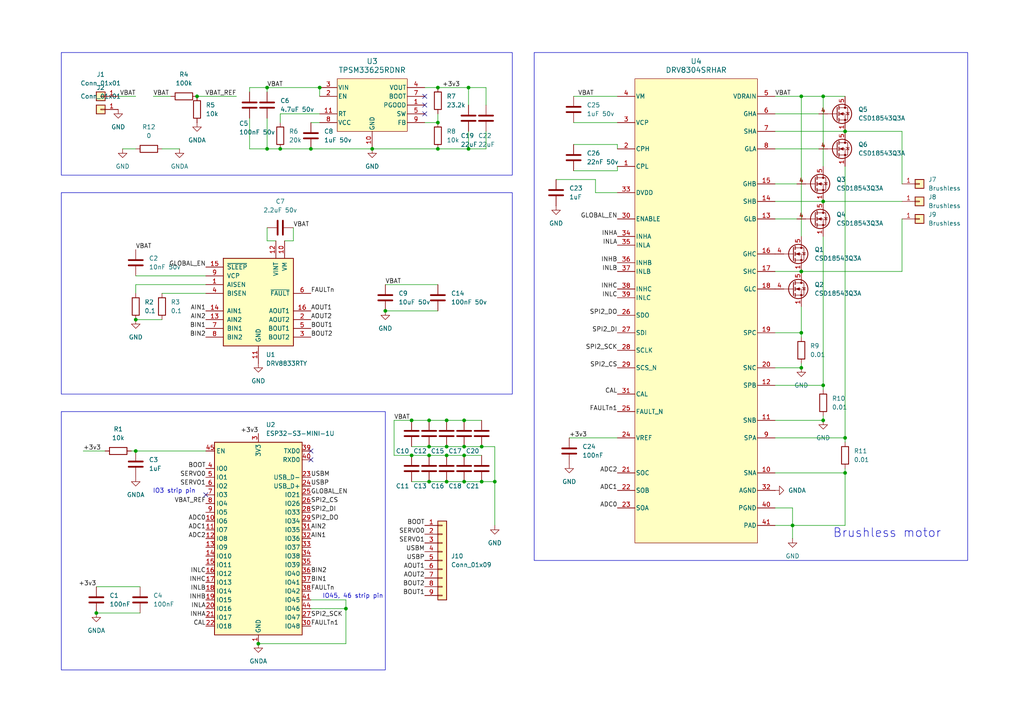
<source format=kicad_sch>
(kicad_sch (version 20231120) (generator "eeschema") (generator_version "8.0")
  (paper "A4")
  (lib_symbols
    (symbol "2025-02-13_17-33-03:DRV8304HRHAR" (pin_names (offset 0.254))
      (property "Reference" "U" (at 0 2.54 0))
      (property "Value" "DRV8304HRHAR" (at 0 0 0))
      (symbol "DRV8304HRHAR_0_1"
        (pin unspecified line (at -22.86 40.64 0) (length 5.08) (name "CPL") (number "1"))
        (pin input line (at 22.86 -48.26 180) (length 5.08) (name "SNA") (number "10"))
        (pin input line (at 22.86 -33.02 180) (length 5.08) (name "SNB") (number "11"))
        (pin input line (at 22.86 -22.86 180) (length 5.08) (name "SPB") (number "12"))
        (pin output line (at 22.86 25.4 180) (length 5.08) (name "GLB") (number "13"))
        (pin input line (at 22.86 30.48 180) (length 5.08) (name "SHB") (number "14"))
        (pin output line (at 22.86 35.56 180) (length 5.08) (name "GHB") (number "15"))
        (pin output line (at 22.86 15.24 180) (length 5.08) (name "GHC") (number "16"))
        (pin input line (at 22.86 10.16 180) (length 5.08) (name "SHC") (number "17"))
        (pin output line (at 22.86 5.08 180) (length 5.08) (name "GLC") (number "18"))
        (pin input line (at 22.86 -7.62 180) (length 5.08) (name "SPC") (number "19"))
        (pin unspecified line (at -22.86 45.72 0) (length 5.08) (name "CPH") (number "2"))
        (pin input line (at 22.86 -17.78 180) (length 5.08) (name "SNC") (number "20"))
        (pin output line (at -22.86 -48.26 0) (length 5.08) (name "SOC") (number "21"))
        (pin output line (at -22.86 -53.34 0) (length 5.08) (name "SOB") (number "22"))
        (pin output line (at -22.86 -58.42 0) (length 5.08) (name "SOA") (number "23"))
        (pin input line (at -22.86 -38.1 0) (length 5.08) (name "VREF") (number "24"))
        (pin open_collector line (at -22.86 -30.48 0) (length 5.08) (name "FAULT_N") (number "25"))
        (pin input line (at -22.86 -2.54 0) (length 5.08) (name "SDO") (number "26"))
        (pin input line (at -22.86 -7.62 0) (length 5.08) (name "SDI") (number "27"))
        (pin input line (at -22.86 -12.7 0) (length 5.08) (name "SCLK") (number "28"))
        (pin input line (at -22.86 -17.78 0) (length 5.08) (name "SCS_N") (number "29"))
        (pin power_in line (at -22.86 53.34 0) (length 5.08) (name "VCP") (number "3"))
        (pin input line (at -22.86 25.4 0) (length 5.08) (name "ENABLE") (number "30"))
        (pin input line (at -22.86 -25.4 0) (length 5.08) (name "CAL") (number "31"))
        (pin power_in line (at 22.86 -53.34 180) (length 5.08) (name "AGND") (number "32"))
        (pin power_in line (at -22.86 33.02 0) (length 5.08) (name "DVDD") (number "33"))
        (pin input line (at -22.86 20.32 0) (length 5.08) (name "INHA") (number "34"))
        (pin input line (at -22.86 17.78 0) (length 5.08) (name "INLA") (number "35"))
        (pin input line (at -22.86 12.7 0) (length 5.08) (name "INHB") (number "36"))
        (pin input line (at -22.86 10.16 0) (length 5.08) (name "INLB") (number "37"))
        (pin input line (at -22.86 5.08 0) (length 5.08) (name "INHC") (number "38"))
        (pin input line (at -22.86 2.54 0) (length 5.08) (name "INLC") (number "39"))
        (pin power_in line (at -22.86 60.96 0) (length 5.08) (name "VM") (number "4"))
        (pin power_in line (at 22.86 -58.42 180) (length 5.08) (name "PGND") (number "40"))
        (pin unspecified line (at 22.86 -63.5 180) (length 5.08) (name "PAD") (number "41"))
        (pin input line (at 22.86 60.96 180) (length 5.08) (name "VDRAIN") (number "5"))
        (pin output line (at 22.86 55.88 180) (length 5.08) (name "GHA") (number "6"))
        (pin input line (at 22.86 50.8 180) (length 5.08) (name "SHA") (number "7"))
        (pin output line (at 22.86 45.72 180) (length 5.08) (name "GLA") (number "8"))
        (pin input line (at 22.86 -38.1 180) (length 5.08) (name "SPA") (number "9"))
      )
      (symbol "DRV8304HRHAR_1_1"
        (rectangle (start -17.78 66.04) (end 17.78 -68.58) (fill (type background)))
      )
    )
    (symbol "2025-02-14_00-06-15:TPSM33625RDNR" (pin_names (offset 0.254))
      (property "Reference" "U" (at 0 2.54 0))
      (property "Value" "TPSM33625RDNR" (at 0 0 0))
      (symbol "TPSM33625RDNR_0_1"
        (pin open_collector line (at 15.24 0 180) (length 5.08) (name "PGOOD") (number "1"))
        (pin power_in line (at 0 -12.7 90) (length 5.08) (name "GND") (number "10"))
        (pin input line (at -15.24 2.54 0) (length 5.08) (name "EN") (number "2"))
        (pin power_in line (at -15.24 5.08 0) (length 5.08) (name "VIN") (number "3"))
        (pin unspecified line (at 15.24 5.08 180) (length 5.08) (name "VOUT") (number "4"))
        (pin unspecified line (at 15.24 -2.54 180) (length 5.08) (name "SW") (number "5"))
        (pin unspecified line (at 15.24 2.54 180) (length 5.08) (name "BOOT") (number "7"))
        (pin power_in line (at -15.24 -5.08 0) (length 5.08) (name "VCC") (number "8"))
        (pin unspecified line (at 15.24 -5.08 180) (length 5.08) (name "FB") (number "9"))
      )
      (symbol "TPSM33625RDNR_1_1"
        (rectangle (start -10.16 7.62) (end 10.16 -7.62) (fill (type background)))
        (pin input line (at -15.24 -2.54 0) (length 5.08) (name "RT") (number "11"))
        (pin unspecified line (at 15.24 -2.54 180) (length 5.08) hide (name "SW") (number "6"))
      )
    )
    (symbol "Connector_Generic:Conn_01x01" (pin_names (offset 1.016) hide)
      (property "Reference" "J" (at 0 2.54 0))
      (property "Value" "Conn_01x01" (at 0 -2.54 0))
      (symbol "Conn_01x01_1_1"
        (rectangle (start -1.27 0.127) (end 0 -0.127) (stroke (width 0.1524)))
        (rectangle (start -1.27 1.27) (end 1.27 -1.27) (stroke (width 0.254)) (fill (type background)))
        (pin passive line (at -5.08 0 0) (length 3.81) (name "Pin_1") (number "1"))
      )
    )
    (symbol "Connector_Generic:Conn_01x09" (pin_names (offset 1.016) hide)
      (property "Reference" "J" (at 0 12.7 0))
      (property "Value" "Conn_01x09" (at 0 -12.7 0))
      (symbol "Conn_01x09_1_1"
        (rectangle (start -1.27 -10.033) (end 0 -10.287) (stroke (width 0.1524)))
        (rectangle (start -1.27 -7.493) (end 0 -7.747) (stroke (width 0.1524)))
        (rectangle (start -1.27 -4.953) (end 0 -5.207) (stroke (width 0.1524)))
        (rectangle (start -1.27 -2.413) (end 0 -2.667) (stroke (width 0.1524)))
        (rectangle (start -1.27 0.127) (end 0 -0.127) (stroke (width 0.1524)))
        (rectangle (start -1.27 2.667) (end 0 2.413) (stroke (width 0.1524)))
        (rectangle (start -1.27 5.207) (end 0 4.953) (stroke (width 0.1524)))
        (rectangle (start -1.27 7.747) (end 0 7.493) (stroke (width 0.1524)))
        (rectangle (start -1.27 10.287) (end 0 10.033) (stroke (width 0.1524)))
        (rectangle (start -1.27 11.43) (end 1.27 -11.43) (stroke (width 0.254)) (fill (type background)))
        (pin passive line (at -5.08 10.16 0) (length 3.81) (name "Pin_1") (number "1"))
        (pin passive line (at -5.08 7.62 0) (length 3.81) (name "Pin_2") (number "2"))
        (pin passive line (at -5.08 5.08 0) (length 3.81) (name "Pin_3") (number "3"))
        (pin passive line (at -5.08 2.54 0) (length 3.81) (name "Pin_4") (number "4"))
        (pin passive line (at -5.08 0 0) (length 3.81) (name "Pin_5") (number "5"))
        (pin passive line (at -5.08 -2.54 0) (length 3.81) (name "Pin_6") (number "6"))
        (pin passive line (at -5.08 -5.08 0) (length 3.81) (name "Pin_7") (number "7"))
        (pin passive line (at -5.08 -7.62 0) (length 3.81) (name "Pin_8") (number "8"))
        (pin passive line (at -5.08 -10.16 0) (length 3.81) (name "Pin_9") (number "9"))
      )
    )
    (symbol "Device:C" (pin_numbers hide) (pin_names (offset 0.254))
      (property "Reference" "C" (at 0.635 2.54 0))
      (property "Value" "C" (at 0.635 -2.54 0))
      (symbol "C_0_1"
        (polyline (pts (xy -2.032 -0.762) (xy 2.032 -0.762)) (stroke (width 0.508)))
        (polyline (pts (xy -2.032 0.762) (xy 2.032 0.762)) (stroke (width 0.508)))
      )
      (symbol "C_1_1"
        (pin passive line (at 0 3.81 270) (length 2.794) (name "~") (number "1"))
        (pin passive line (at 0 -3.81 90) (length 2.794) (name "~") (number "2"))
      )
    )
    (symbol "Device:R" (pin_numbers hide) (pin_names (offset 0))
      (property "Reference" "R" (at 2.032 0 90))
      (property "Value" "R" (at 0 0 90))
      (symbol "R_0_1"
        (rectangle (start -1.016 -2.54) (end 1.016 2.54) (stroke (width 0.254)))
      )
      (symbol "R_1_1"
        (pin passive line (at 0 3.81 270) (length 1.27) (name "~") (number "1"))
        (pin passive line (at 0 -3.81 90) (length 1.27) (name "~") (number "2"))
      )
    )
    (symbol "Driver_Motor:DRV8833RTY" (pin_names (offset 1.016))
      (property "Reference" "U" (at -3.81 16.51 0))
      (property "Value" "DRV8833RTY" (at -3.81 13.97 0))
      (symbol "DRV8833RTY_0_1"
        (rectangle (start -10.16 12.7) (end 10.16 -12.7) (stroke (width 0.254)) (fill (type background)))
      )
      (symbol "DRV8833RTY_1_1"
        (pin bidirectional line (at -15.24 5.08 0) (length 5.08) (name "AISEN") (number "1"))
        (pin power_in line (at 7.62 17.78 270) (length 5.08) (name "VM") (number "10"))
        (pin power_in line (at 0 -17.78 90) (length 5.08) (name "GND") (number "11"))
        (pin power_in line (at 5.08 17.78 270) (length 5.08) (name "VINT") (number "12"))
        (pin input line (at -15.24 -5.08 0) (length 5.08) (name "AIN2") (number "13"))
        (pin input line (at -15.24 -2.54 0) (length 5.08) (name "AIN1") (number "14"))
        (pin input line (at -15.24 10.16 0) (length 5.08) (name "~{SLEEP}") (number "15"))
        (pin power_out line (at 15.24 -2.54 180) (length 5.08) (name "AOUT1") (number "16"))
        (pin passive line (at 0 -17.78 90) (length 5.08) hide (name "GND") (number "17"))
        (pin power_out line (at 15.24 -5.08 180) (length 5.08) (name "AOUT2") (number "2"))
        (pin power_out line (at 15.24 -10.16 180) (length 5.08) (name "BOUT2") (number "3"))
        (pin bidirectional line (at -15.24 2.54 0) (length 5.08) (name "BISEN") (number "4"))
        (pin power_out line (at 15.24 -7.62 180) (length 5.08) (name "BOUT1") (number "5"))
        (pin open_collector line (at 15.24 2.54 180) (length 5.08) (name "~{FAULT}") (number "6"))
        (pin input line (at -15.24 -7.62 0) (length 5.08) (name "BIN1") (number "7"))
        (pin input line (at -15.24 -10.16 0) (length 5.08) (name "BIN2") (number "8"))
        (pin bidirectional line (at -15.24 7.62 0) (length 5.08) (name "VCP") (number "9"))
      )
    )
    (symbol "RF_Module:ESP32-S3-MINI-1U"
      (property "Reference" "U" (at -11.43 29.21 0))
      (property "Value" "ESP32-S3-MINI-1U" (at 12.7 29.21 0))
      (symbol "ESP32-S3-MINI-1U_0_1"
        (rectangle (start -12.7 27.94) (end 12.7 -27.94) (stroke (width 0.254)) (fill (type background)))
      )
      (symbol "ESP32-S3-MINI-1U_1_1"
        (pin power_in line (at 0 -30.48 90) (length 2.54) (name "GND") (number "1"))
        (pin bidirectional line (at -15.24 5.08 0) (length 2.54) (name "IO6") (number "10"))
        (pin bidirectional line (at -15.24 2.54 0) (length 2.54) (name "IO7") (number "11"))
        (pin bidirectional line (at -15.24 0 0) (length 2.54) (name "IO8") (number "12"))
        (pin bidirectional line (at -15.24 -2.54 0) (length 2.54) (name "IO9") (number "13"))
        (pin bidirectional line (at -15.24 -5.08 0) (length 2.54) (name "IO10") (number "14"))
        (pin bidirectional line (at -15.24 -7.62 0) (length 2.54) (name "IO11") (number "15"))
        (pin bidirectional line (at -15.24 -10.16 0) (length 2.54) (name "IO12") (number "16"))
        (pin bidirectional line (at -15.24 -12.7 0) (length 2.54) (name "IO13") (number "17"))
        (pin bidirectional line (at -15.24 -15.24 0) (length 2.54) (name "IO14") (number "18"))
        (pin bidirectional line (at -15.24 -17.78 0) (length 2.54) (name "IO15") (number "19"))
        (pin passive line (at 0 -30.48 90) (length 2.54) hide (name "GND") (number "2"))
        (pin bidirectional line (at -15.24 -20.32 0) (length 2.54) (name "IO16") (number "20"))
        (pin bidirectional line (at -15.24 -22.86 0) (length 2.54) (name "IO17") (number "21"))
        (pin bidirectional line (at -15.24 -25.4 0) (length 2.54) (name "IO18") (number "22"))
        (pin bidirectional line (at 15.24 17.78 180) (length 2.54) (name "USB_D-") (number "23"))
        (pin bidirectional line (at 15.24 15.24 180) (length 2.54) (name "USB_D+") (number "24"))
        (pin bidirectional line (at 15.24 12.7 180) (length 2.54) (name "IO21") (number "25"))
        (pin bidirectional line (at 15.24 10.16 180) (length 2.54) (name "IO26") (number "26"))
        (pin bidirectional line (at 15.24 -22.86 180) (length 2.54) (name "IO47") (number "27"))
        (pin bidirectional line (at 15.24 7.62 180) (length 2.54) (name "IO33") (number "28"))
        (pin bidirectional line (at 15.24 5.08 180) (length 2.54) (name "IO34") (number "29"))
        (pin power_in line (at 0 30.48 270) (length 2.54) (name "3V3") (number "3"))
        (pin bidirectional line (at 15.24 -25.4 180) (length 2.54) (name "IO48") (number "30"))
        (pin bidirectional line (at 15.24 2.54 180) (length 2.54) (name "IO35") (number "31"))
        (pin bidirectional line (at 15.24 0 180) (length 2.54) (name "IO36") (number "32"))
        (pin bidirectional line (at 15.24 -2.54 180) (length 2.54) (name "IO37") (number "33"))
        (pin bidirectional line (at 15.24 -5.08 180) (length 2.54) (name "IO38") (number "34"))
        (pin bidirectional line (at 15.24 -7.62 180) (length 2.54) (name "IO39") (number "35"))
        (pin bidirectional line (at 15.24 -10.16 180) (length 2.54) (name "IO40") (number "36"))
        (pin bidirectional line (at 15.24 -12.7 180) (length 2.54) (name "IO41") (number "37"))
        (pin bidirectional line (at 15.24 -15.24 180) (length 2.54) (name "IO42") (number "38"))
        (pin bidirectional line (at 15.24 25.4 180) (length 2.54) (name "TXD0") (number "39"))
        (pin bidirectional line (at -15.24 20.32 0) (length 2.54) (name "IO0") (number "4"))
        (pin bidirectional line (at 15.24 22.86 180) (length 2.54) (name "RXD0") (number "40"))
        (pin bidirectional line (at 15.24 -17.78 180) (length 2.54) (name "IO45") (number "41"))
        (pin passive line (at 0 -30.48 90) (length 2.54) hide (name "GND") (number "42"))
        (pin passive line (at 0 -30.48 90) (length 2.54) hide (name "GND") (number "43"))
        (pin bidirectional line (at 15.24 -20.32 180) (length 2.54) (name "IO46") (number "44"))
        (pin input line (at -15.24 25.4 0) (length 2.54) (name "EN") (number "45"))
        (pin passive line (at 0 -30.48 90) (length 2.54) hide (name "GND") (number "46"))
        (pin passive line (at 0 -30.48 90) (length 2.54) hide (name "GND") (number "47"))
        (pin passive line (at 0 -30.48 90) (length 2.54) hide (name "GND") (number "48"))
        (pin passive line (at 0 -30.48 90) (length 2.54) hide (name "GND") (number "49"))
        (pin bidirectional line (at -15.24 17.78 0) (length 2.54) (name "IO1") (number "5"))
        (pin passive line (at 0 -30.48 90) (length 2.54) hide (name "GND") (number "50"))
        (pin passive line (at 0 -30.48 90) (length 2.54) hide (name "GND") (number "51"))
        (pin passive line (at 0 -30.48 90) (length 2.54) hide (name "GND") (number "52"))
        (pin passive line (at 0 -30.48 90) (length 2.54) hide (name "GND") (number "53"))
        (pin passive line (at 0 -30.48 90) (length 2.54) hide (name "GND") (number "54"))
        (pin passive line (at 0 -30.48 90) (length 2.54) hide (name "GND") (number "55"))
        (pin passive line (at 0 -30.48 90) (length 2.54) hide (name "GND") (number "56"))
        (pin passive line (at 0 -30.48 90) (length 2.54) hide (name "GND") (number "57"))
        (pin passive line (at 0 -30.48 90) (length 2.54) hide (name "GND") (number "58"))
        (pin passive line (at 0 -30.48 90) (length 2.54) hide (name "GND") (number "59"))
        (pin bidirectional line (at -15.24 15.24 0) (length 2.54) (name "IO2") (number "6"))
        (pin passive line (at 0 -30.48 90) (length 2.54) hide (name "GND") (number "60"))
        (pin passive line (at 0 -30.48 90) (length 2.54) hide (name "GND") (number "61"))
        (pin passive line (at 0 -30.48 90) (length 2.54) hide (name "GND") (number "62"))
        (pin passive line (at 0 -30.48 90) (length 2.54) hide (name "GND") (number "63"))
        (pin passive line (at 0 -30.48 90) (length 2.54) hide (name "GND") (number "64"))
        (pin passive line (at 0 -30.48 90) (length 2.54) hide (name "GND") (number "65"))
        (pin bidirectional line (at -15.24 12.7 0) (length 2.54) (name "IO3") (number "7"))
        (pin bidirectional line (at -15.24 10.16 0) (length 2.54) (name "IO4") (number "8"))
        (pin bidirectional line (at -15.24 7.62 0) (length 2.54) (name "IO5") (number "9"))
      )
    )
    (symbol "Transistor_FET:CSD18543Q3A" (pin_names hide)
      (property "Reference" "Q" (at 5.08 1.905 0))
      (property "Value" "CSD18543Q3A" (at 5.08 0 0))
      (symbol "CSD18543Q3A_0_1"
        (polyline (pts (xy 0.254 0) (xy -2.54 0)))
        (polyline (pts (xy 0.254 1.905) (xy 0.254 -1.905)) (stroke (width 0.254)))
        (polyline (pts (xy 0.762 -1.27) (xy 0.762 -2.286)) (stroke (width 0.254)))
        (polyline (pts (xy 0.762 0.508) (xy 0.762 -0.508)) (stroke (width 0.254)))
        (polyline (pts (xy 0.762 2.286) (xy 0.762 1.27)) (stroke (width 0.254)))
        (polyline (pts (xy 2.54 2.54) (xy 2.54 1.778)))
        (polyline (pts (xy 2.54 -2.54) (xy 2.54 0) (xy 0.762 0)))
        (polyline (pts (xy 0.762 -1.778) (xy 3.302 -1.778) (xy 3.302 1.778) (xy 0.762 1.778)))
        (polyline (pts (xy 1.016 0) (xy 2.032 0.381) (xy 2.032 -0.381) (xy 1.016 0)) (fill (type outline)))
        (polyline (pts (xy 2.794 0.508) (xy 2.921 0.381) (xy 3.683 0.381) (xy 3.81 0.254)))
        (polyline (pts (xy 3.302 0.381) (xy 2.921 -0.254) (xy 3.683 -0.254) (xy 3.302 0.381)))
        (circle (center 1.651 0) (radius 2.794) (stroke (width 0.254)))
        (circle (center 2.54 -1.778) (radius 0.254) (fill (type outline)))
        (circle (center 2.54 1.778) (radius 0.254) (fill (type outline)))
      )
      (symbol "CSD18543Q3A_1_1"
        (pin passive line (at 2.54 -5.08 90) (length 2.54) (name "S") (number "1"))
        (pin passive line (at 2.54 -5.08 90) (length 2.54) hide (name "S") (number "2"))
        (pin passive line (at 2.54 -5.08 90) (length 2.54) hide (name "S") (number "3"))
        (pin passive line (at -5.08 0 0) (length 2.54) (name "G") (number "4"))
        (pin passive line (at 2.54 5.08 270) (length 2.54) (name "D") (number "5"))
      )
    )
    (symbol "power:GND" (power) (pin_numbers hide) (pin_names (offset 0) hide)
      (property "Value" "GND" (at 0 -3.81 0))
      (symbol "GND_0_1"
        (polyline (pts (xy 0 0) (xy 0 -1.27) (xy 1.27 -1.27) (xy 0 -2.54) (xy -1.27 -1.27) (xy 0 -1.27)))
      )
      (symbol "GND_1_1"
        (pin power_in line (at 0 0 270) (length 0) (name "~") (number "1"))
      )
    )
    (symbol "power:GNDA" (power) (pin_numbers hide) (pin_names (offset 0) hide)
      (property "Value" "GNDA" (at 0 -3.81 0))
      (symbol "GNDA_0_1"
        (polyline (pts (xy 0 0) (xy 0 -1.27) (xy 1.27 -1.27) (xy 0 -2.54) (xy -1.27 -1.27) (xy 0 -1.27)))
      )
      (symbol "GNDA_1_1"
        (pin power_in line (at 0 0 270) (length 0) (name "~") (number "1"))
      )
    )
  )
  (junction (at 135.89 25.4))
  (junction (at 129.54 121.92))
  (junction (at 129.54 132.08))
  (junction (at 124.46 129.54))
  (junction (at 119.38 121.92))
  (junction (at 143.51 139.7))
  (junction (at 111.76 90.17))
  (junction (at 245.11 127))
  (junction (at 238.76 121.92))
  (junction (at 232.41 27.94))
  (junction (at 129.54 129.54))
  (junction (at 77.47 43.18))
  (junction (at 127 35.56))
  (junction (at 127 25.4))
  (junction (at 39.37 130.81))
  (junction (at 77.47 25.4))
  (junction (at 238.76 27.94))
  (junction (at 39.37 92.71))
  (junction (at 139.7 139.7))
  (junction (at 92.71 25.4))
  (junction (at 124.46 132.08))
  (junction (at 232.41 106.68))
  (junction (at 129.54 139.7))
  (junction (at 127 43.18))
  (junction (at 90.17 43.18))
  (junction (at 27.94 177.8))
  (junction (at 245.11 137.16))
  (junction (at 124.46 139.7))
  (junction (at 74.93 186.69))
  (junction (at 229.87 152.4))
  (junction (at 134.62 121.92))
  (junction (at 57.15 27.94))
  (junction (at 134.62 139.7))
  (junction (at 100.33 176.53))
  (junction (at 134.62 129.54))
  (junction (at 119.38 132.08))
  (junction (at 139.7 129.54))
  (junction (at 232.41 96.52))
  (junction (at 107.95 43.18))
  (junction (at 124.46 121.92))
  (junction (at 245.11 38.1))
  (junction (at 238.76 58.42))
  (junction (at 134.62 132.08))
  (junction (at 135.89 43.18))
  (junction (at 238.76 111.76))
  (junction (at 232.41 78.74))
  (junction (at 81.28 43.18))
  (no_connect (at 123.19 30.48))
  (no_connect (at 90.17 133.35))
  (no_connect (at 90.17 130.81))
  (no_connect (at 123.19 33.02))
  (no_connect (at 123.19 27.94))
  (no_connect (at 59.69 143.51))
  (wire (pts (xy 77.47 34.29) (xy 77.47 43.18)))
  (wire (pts (xy 74.93 186.69) (xy 100.33 186.69)))
  (wire (pts (xy 224.79 43.18) (xy 237.49 43.18)))
  (wire (pts (xy 82.55 69.85) (xy 85.09 69.85)))
  (wire (pts (xy 238.76 27.94) (xy 245.11 27.94)))
  (wire (pts (xy 179.07 49.53) (xy 166.37 49.53)))
  (wire (pts (xy 124.46 139.7) (xy 129.54 139.7)))
  (wire (pts (xy 90.17 176.53) (xy 100.33 176.53)))
  (wire (pts (xy 129.54 132.08) (xy 134.62 132.08)))
  (wire (pts (xy 127 33.02) (xy 127 35.56)))
  (wire (pts (xy 229.87 152.4) (xy 229.87 147.32)))
  (wire (pts (xy 59.69 82.55) (xy 39.37 82.55)))
  (wire (pts (xy 111.76 82.55) (xy 127 82.55)))
  (wire (pts (xy 238.76 27.94) (xy 238.76 48.26)))
  (wire (pts (xy 140.97 38.1) (xy 140.97 43.18)))
  (wire (pts (xy 238.76 120.65) (xy 238.76 121.92)))
  (wire (pts (xy 179.07 41.91) (xy 179.07 43.18)))
  (wire (pts (xy 224.79 58.42) (xy 238.76 58.42)))
  (wire (pts (xy 85.09 69.85) (xy 85.09 66.04)))
  (wire (pts (xy 77.47 43.18) (xy 81.28 43.18)))
  (wire (pts (xy 179.07 48.26) (xy 179.07 49.53)))
  (wire (pts (xy 77.47 69.85) (xy 77.47 66.04)))
  (wire (pts (xy 134.62 139.7) (xy 139.7 139.7)))
  (wire (pts (xy 127 43.18) (xy 107.95 43.18)))
  (wire (pts (xy 143.51 139.7) (xy 143.51 152.4)))
  (wire (pts (xy 166.37 41.91) (xy 179.07 41.91)))
  (wire (pts (xy 123.19 35.56) (xy 127 35.56)))
  (wire (pts (xy 80.01 69.85) (xy 77.47 69.85)))
  (wire (pts (xy 129.54 129.54) (xy 134.62 129.54)))
  (wire (pts (xy 90.17 35.56) (xy 92.71 35.56)))
  (wire (pts (xy 135.89 25.4) (xy 140.97 25.4)))
  (wire (pts (xy 165.1 127) (xy 179.07 127)))
  (wire (pts (xy 224.79 38.1) (xy 245.11 38.1)))
  (wire (pts (xy 100.33 176.53) (xy 100.33 186.69)))
  (wire (pts (xy 232.41 105.41) (xy 232.41 106.68)))
  (wire (pts (xy 46.99 85.09) (xy 59.69 85.09)))
  (wire (pts (xy 44.45 27.94) (xy 49.53 27.94)))
  (wire (pts (xy 229.87 147.32) (xy 224.79 147.32)))
  (wire (pts (xy 229.87 156.21) (xy 229.87 152.4)))
  (wire (pts (xy 39.37 92.71) (xy 46.99 92.71)))
  (wire (pts (xy 90.17 173.99) (xy 100.33 173.99)))
  (wire (pts (xy 27.94 177.8) (xy 40.64 177.8)))
  (wire (pts (xy 90.17 43.18) (xy 107.95 43.18)))
  (wire (pts (xy 124.46 132.08) (xy 129.54 132.08)))
  (wire (pts (xy 92.71 25.4) (xy 92.71 27.94)))
  (wire (pts (xy 172.72 55.88) (xy 179.07 55.88)))
  (wire (pts (xy 232.41 106.68) (xy 224.79 106.68)))
  (wire (pts (xy 166.37 35.56) (xy 179.07 35.56)))
  (wire (pts (xy 35.56 43.18) (xy 39.37 43.18)))
  (wire (pts (xy 92.71 25.4) (xy 77.47 25.4)))
  (wire (pts (xy 135.89 25.4) (xy 135.89 30.48)))
  (wire (pts (xy 72.39 26.67) (xy 72.39 25.4)))
  (wire (pts (xy 72.39 25.4) (xy 77.47 25.4)))
  (wire (pts (xy 134.62 121.92) (xy 139.7 121.92)))
  (wire (pts (xy 229.87 152.4) (xy 245.11 152.4)))
  (wire (pts (xy 124.46 129.54) (xy 129.54 129.54)))
  (wire (pts (xy 27.94 170.18) (xy 40.64 170.18)))
  (wire (pts (xy 224.79 127) (xy 245.11 127)))
  (wire (pts (xy 224.79 33.02) (xy 237.49 33.02)))
  (wire (pts (xy 100.33 173.99) (xy 100.33 176.53)))
  (wire (pts (xy 245.11 137.16) (xy 245.11 152.4)))
  (wire (pts (xy 39.37 82.55) (xy 39.37 85.09)))
  (wire (pts (xy 232.41 78.74) (xy 261.62 78.74)))
  (wire (pts (xy 238.76 121.92) (xy 224.79 121.92)))
  (wire (pts (xy 245.11 127) (xy 245.11 48.26)))
  (wire (pts (xy 238.76 113.03) (xy 238.76 111.76)))
  (wire (pts (xy 39.37 130.81) (xy 59.69 130.81)))
  (wire (pts (xy 81.28 33.02) (xy 81.28 35.56)))
  (wire (pts (xy 81.28 43.18) (xy 90.17 43.18)))
  (wire (pts (xy 245.11 128.27) (xy 245.11 127)))
  (wire (pts (xy 129.54 139.7) (xy 134.62 139.7)))
  (wire (pts (xy 261.62 53.34) (xy 261.62 38.1)))
  (wire (pts (xy 119.38 129.54) (xy 124.46 129.54)))
  (wire (pts (xy 166.37 27.94) (xy 179.07 27.94)))
  (wire (pts (xy 119.38 139.7) (xy 124.46 139.7)))
  (wire (pts (xy 77.47 25.4) (xy 77.47 26.67)))
  (wire (pts (xy 135.89 38.1) (xy 135.89 43.18)))
  (wire (pts (xy 224.79 152.4) (xy 229.87 152.4)))
  (wire (pts (xy 232.41 27.94) (xy 238.76 27.94)))
  (wire (pts (xy 124.46 121.92) (xy 129.54 121.92)))
  (wire (pts (xy 224.79 63.5) (xy 231.14 63.5)))
  (wire (pts (xy 24.13 130.81) (xy 30.48 130.81)))
  (wire (pts (xy 119.38 132.08) (xy 124.46 132.08)))
  (wire (pts (xy 224.79 96.52) (xy 232.41 96.52)))
  (wire (pts (xy 111.76 90.17) (xy 127 90.17)))
  (wire (pts (xy 127 43.18) (xy 135.89 43.18)))
  (wire (pts (xy 72.39 34.29) (xy 72.39 43.18)))
  (wire (pts (xy 224.79 78.74) (xy 232.41 78.74)))
  (wire (pts (xy 39.37 27.94) (xy 34.29 27.94)))
  (wire (pts (xy 52.07 43.18) (xy 46.99 43.18)))
  (wire (pts (xy 114.3 132.08) (xy 119.38 132.08)))
  (wire (pts (xy 39.37 80.01) (xy 59.69 80.01)))
  (wire (pts (xy 119.38 121.92) (xy 124.46 121.92)))
  (wire (pts (xy 172.72 52.07) (xy 161.29 52.07)))
  (wire (pts (xy 232.41 68.58) (xy 232.41 27.94)))
  (wire (pts (xy 119.38 121.92) (xy 114.3 121.92)))
  (wire (pts (xy 232.41 96.52) (xy 232.41 97.79)))
  (wire (pts (xy 238.76 111.76) (xy 238.76 68.58)))
  (wire (pts (xy 245.11 137.16) (xy 224.79 137.16)))
  (wire (pts (xy 232.41 96.52) (xy 232.41 88.9)))
  (wire (pts (xy 261.62 63.5) (xy 261.62 78.74)))
  (wire (pts (xy 68.58 27.94) (xy 57.15 27.94)))
  (wire (pts (xy 39.37 130.81) (xy 38.1 130.81)))
  (wire (pts (xy 245.11 38.1) (xy 261.62 38.1)))
  (wire (pts (xy 134.62 129.54) (xy 139.7 129.54)))
  (wire (pts (xy 232.41 27.94) (xy 224.79 27.94)))
  (wire (pts (xy 92.71 33.02) (xy 81.28 33.02)))
  (wire (pts (xy 238.76 58.42) (xy 261.62 58.42)))
  (wire (pts (xy 127 25.4) (xy 135.89 25.4)))
  (wire (pts (xy 172.72 52.07) (xy 172.72 55.88)))
  (wire (pts (xy 114.3 121.92) (xy 114.3 132.08)))
  (wire (pts (xy 143.51 129.54) (xy 143.51 139.7)))
  (wire (pts (xy 245.11 135.89) (xy 245.11 137.16)))
  (wire (pts (xy 129.54 121.92) (xy 134.62 121.92)))
  (wire (pts (xy 139.7 139.7) (xy 143.51 139.7)))
  (wire (pts (xy 72.39 43.18) (xy 77.47 43.18)))
  (wire (pts (xy 224.79 53.34) (xy 231.14 53.34)))
  (wire (pts (xy 139.7 129.54) (xy 143.51 129.54)))
  (wire (pts (xy 140.97 30.48) (xy 140.97 25.4)))
  (wire (pts (xy 134.62 132.08) (xy 139.7 132.08)))
  (wire (pts (xy 123.19 25.4) (xy 127 25.4)))
  (wire (pts (xy 140.97 43.18) (xy 135.89 43.18)))
  (wire (pts (xy 224.79 111.76) (xy 238.76 111.76)))
  (rectangle (start 154.94 15.24) (end 280.67 162.56))
  (rectangle (start 17.78 15.24) (end 148.59 50.8))
  (rectangle (start 17.78 119.38) (end 111.76 194.31))
  (rectangle (start 17.78 55.88) (end 148.59 114.3))
  (text "IO45, 46 strip pin" (at 102.362 172.974 0) (effects (font (size 1.27 1.27))))
  (text "Brushless motor" (at 257.302 154.686 0) (effects (font (size 2.54 2.54))))
  (text "IO3 strip pin" (at 50.546 142.494 0) (effects (font (size 1.27 1.27))))
  (label "SPI2_SCK" (at 179.07 101.6 180))
  (label "USBM" (at 123.19 160.02 180))
  (label "VBAT_REF" (at 68.58 27.94 180))
  (label "SPI2_DI" (at 179.07 96.52 180))
  (label "BIN2" (at 90.17 166.37 0))
  (label "SPI2_SCK" (at 90.17 179.07 0))
  (label "INHB" (at 59.69 173.99 180))
  (label "SERVO0" (at 123.19 154.94 180))
  (label "AOUT1" (at 90.17 90.17 0))
  (label "+3v3" (at 165.1 127 0))
  (label "INLC" (at 59.69 166.37 180))
  (label "GLOBAL_EN" (at 179.07 63.5 180))
  (label "VBAT" (at 114.3 121.92 0))
  (label "AIN2" (at 59.69 92.71 180))
  (label "BOOT" (at 59.69 135.89 180))
  (label "INLC" (at 179.07 86.36 180))
  (label "ADC1" (at 59.69 153.67 180))
  (label "SERVO1" (at 59.69 140.97 180))
  (label "VBAT" (at 167.64 27.94 0))
  (label "AIN2" (at 90.17 153.67 0))
  (label "USBP" (at 90.17 140.97 0))
  (label "VBAT" (at 77.47 25.4 0))
  (label "CAL" (at 179.07 114.3 180))
  (label "GLOBAL_EN" (at 90.17 143.51 0))
  (label "BIN2" (at 59.69 97.79 180))
  (label "FAULTn" (at 90.17 171.45 0))
  (label "SPI2_CS" (at 179.07 106.68 180))
  (label "FAULTn" (at 90.17 85.09 0))
  (label "VBAT" (at 39.37 72.39 0))
  (label "INHA" (at 59.69 179.07 180))
  (label "SERVO1" (at 123.19 157.48 180))
  (label "INLA" (at 179.07 71.12 180))
  (label "INLA" (at 59.69 176.53 180))
  (label "AIN1" (at 59.69 90.17 180))
  (label "GLOBAL_EN" (at 59.69 77.47 180))
  (label "SPI2_CS" (at 90.17 146.05 0))
  (label "SPI2_DI" (at 90.17 148.59 0))
  (label "INHA" (at 179.07 68.58 180))
  (label "INHC" (at 59.69 168.91 180))
  (label "BOUT1" (at 123.19 172.72 180))
  (label "AIN1" (at 90.17 156.21 0))
  (label "+3v3" (at 27.94 170.18 180))
  (label "USBM" (at 90.17 138.43 0))
  (label "BOUT2" (at 123.19 170.18 180))
  (label "INLB" (at 179.07 78.74 180))
  (label "INHC" (at 179.07 83.82 180))
  (label "VBAT" (at 111.76 82.55 0))
  (label "VBAT" (at 39.37 27.94 180))
  (label "+3v3" (at 24.13 130.81 0))
  (label "FAULTn1" (at 179.07 119.38 180))
  (label "SERVO0" (at 59.69 138.43 180))
  (label "SPI2_DO" (at 90.17 151.13 0))
  (label "CAL" (at 59.69 181.61 180))
  (label "ADC0" (at 179.07 147.32 180))
  (label "VBAT" (at 85.09 66.04 0))
  (label "BIN1" (at 90.17 168.91 0))
  (label "VBAT" (at 224.79 27.94 0))
  (label "ADC1" (at 179.07 142.24 180))
  (label "AOUT2" (at 90.17 92.71 0))
  (label "ADC2" (at 59.69 156.21 180))
  (label "VBAT_REF" (at 59.69 146.05 180))
  (label "FAULTn1" (at 90.17 181.61 0))
  (label "AOUT1" (at 123.19 165.1 180))
  (label "+3v3" (at 74.93 125.73 180))
  (label "ADC0" (at 59.69 151.13 180))
  (label "VBAT" (at 44.45 27.94 0))
  (label "INHB" (at 179.07 76.2 180))
  (label "SPI2_DO" (at 179.07 91.44 180))
  (label "+3v3" (at 128.27 25.4 0))
  (label "AOUT2" (at 123.19 167.64 180))
  (label "ADC2" (at 179.07 137.16 180))
  (label "BOUT2" (at 90.17 97.79 0))
  (label "INLB" (at 59.69 171.45 180))
  (label "BOOT" (at 123.19 152.4 180))
  (label "BIN1" (at 59.69 95.25 180))
  (label "USBP" (at 123.19 162.56 180))
  (label "BOUT1" (at 90.17 95.25 0))
  (symbol (lib_id "Device:C") (at 39.37 134.62 0) (unit 1)
    (property "Reference" "C3" (at 43.18 133.3499 0) (effects (justify left)))
    (property "Value" "1uF" (at 43.18 135.8899 0) (effects (justify left)))
    (property "Footprint" "Capacitor_SMD:C_0402_1005Metric" (effects (hide yes)))
    (property "Description" "Unpolarized capacitor" (effects (hide yes)))
  )
  (symbol (lib_id "Connector_Generic:Conn_01x01") (at 266.7 63.5 0) (unit 1)
    (property "Reference" "J9" (at 269.24 62.2299 0) (effects (justify left)))
    (property "Value" "Brushless" (at 269.24 64.7699 0) (effects (justify left)))
    (property "Footprint" "footprints:wire_pad_3.5mm" (effects (hide yes)))
    (property "Description" "Generic connector, single row, 01x01, script generated (kicad-library-utils/schlib/autogen/connector/)" (effects (hide yes)))
  )
  (symbol (lib_id "power:GND") (at 165.1 134.62 0) (unit 1)
    (property "Reference" "#PWR015" (effects (hide yes)))
    (property "Value" "GND" (at 165.1 139.7 0))
    (property "Description" "Power symbol creates a global label with name \"GND\" , ground" (effects (hide yes)))
  )
  (symbol (lib_id "Device:R") (at 53.34 27.94 90) (unit 1)
    (property "Reference" "R4" (at 53.34 21.59 90))
    (property "Value" "100k" (at 53.34 24.13 90))
    (property "Footprint" "Resistor_SMD:R_0402_1005Metric" (effects (hide yes)))
    (property "Description" "Resistor" (effects (hide yes)))
  )
  (symbol (lib_id "power:GND") (at 111.76 90.17 0) (unit 1)
    (property "Reference" "#PWR012" (effects (hide yes)))
    (property "Value" "GND" (at 111.76 95.25 0))
    (property "Description" "Power symbol creates a global label with name \"GND\" , ground" (effects (hide yes)))
  )
  (symbol (lib_id "power:GNDA") (at 224.79 142.24 90) (unit 1)
    (property "Reference" "#PWR016" (effects (hide yes)))
    (property "Value" "GNDA" (at 228.6 142.2399 90) (effects (justify right)))
    (property "Description" "Power symbol creates a global label with name \"GNDA\" , analog ground" (effects (hide yes)))
  )
  (symbol (lib_id "Transistor_FET:CSD18543Q3A") (at 236.22 53.34 0) (unit 1)
    (property "Reference" "Q3" (at 242.57 52.0699 0) (effects (justify left)))
    (property "Value" "CSD18543Q3A" (at 242.57 54.6099 0) (effects (justify left)))
    (property "Footprint" "Package_SON:VSON-8_3.3x3.3mm_P0.65mm_NexFET" (effects (hide yes)))
    (property "Datasheet" "https://www.ti.com/lit/ds/symlink/csd18543q3a.pdf" (effects (hide yes)))
    (property "Description" "35A Id, 60V Vds, NexFET N-Channel Power MOSFET, 8.1mOhm Ron, Qg Typ 11.1nC, VSON-8 3.3x3.3mm" (effects (hide yes)))
  )
  (symbol (lib_id "Transistor_FET:CSD18543Q3A") (at 229.87 73.66 0) (unit 1)
    (property "Reference" "Q1" (at 236.22 72.3899 0) (effects (justify left)))
    (property "Value" "CSD18543Q3A" (at 236.22 74.9299 0) (effects (justify left)))
    (property "Footprint" "Package_SON:VSON-8_3.3x3.3mm_P0.65mm_NexFET" (effects (hide yes)))
    (property "Datasheet" "https://www.ti.com/lit/ds/symlink/csd18543q3a.pdf" (effects (hide yes)))
    (property "Description" "35A Id, 60V Vds, NexFET N-Channel Power MOSFET, 8.1mOhm Ron, Qg Typ 11.1nC, VSON-8 3.3x3.3mm" (effects (hide yes)))
  )
  (symbol (lib_id "Device:R") (at 127 39.37 0) (unit 1)
    (property "Reference" "R8" (at 129.54 38.0999 0) (effects (justify left)))
    (property "Value" "10k" (at 129.54 40.6399 0) (effects (justify left)))
    (property "Footprint" "Resistor_SMD:R_0402_1005Metric" (effects (hide yes)))
    (property "Description" "Resistor" (effects (hide yes)))
  )
  (symbol (lib_id "Device:R") (at 127 29.21 0) (unit 1)
    (property "Reference" "R7" (at 129.54 27.9399 0) (effects (justify left)))
    (property "Value" "23.2k" (at 129.54 30.4799 0) (effects (justify left)))
    (property "Footprint" "Resistor_SMD:R_0402_1005Metric" (effects (hide yes)))
    (property "Description" "Resistor" (effects (hide yes)))
  )
  (symbol (lib_id "Device:C") (at 124.46 125.73 0) (unit 1)
    (property "Reference" "C12" (at 119.888 130.81 0) (effects (justify left)))
    (property "Value" "10uF 50v" (effects (hide yes)))
    (property "Footprint" "Capacitor_SMD:C_0805_2012Metric" (effects (hide yes)))
    (property "Description" "Unpolarized capacitor" (effects (hide yes)))
  )
  (symbol (lib_id "Device:R") (at 39.37 88.9 0) (unit 1)
    (property "Reference" "R2" (at 41.91 87.6299 0) (effects (justify left)))
    (property "Value" "0.1" (at 41.91 90.1699 0) (effects (justify left)))
    (property "Footprint" "Resistor_SMD:R_0402_1005Metric_Pad0.72x0.64mm_HandSolder" (effects (hide yes)))
    (property "Description" "Resistor" (effects (hide yes)))
  )
  (symbol (lib_id "Device:C") (at 127 86.36 0) (unit 1)
    (property "Reference" "C14" (at 130.81 85.0899 0) (effects (justify left)))
    (property "Value" "100nF 50v" (at 130.81 87.6299 0) (effects (justify left)))
    (property "Footprint" "Capacitor_SMD:C_0402_1005Metric" (effects (hide yes)))
    (property "Description" "Unpolarized capacitor" (effects (hide yes)))
  )
  (symbol (lib_id "Device:C") (at 124.46 135.89 0) (unit 1)
    (property "Reference" "C13" (at 119.888 140.97 0) (effects (justify left)))
    (property "Value" "10uF 50v" (effects (hide yes)))
    (property "Footprint" "Capacitor_SMD:C_0805_2012Metric" (effects (hide yes)))
    (property "Description" "Unpolarized capacitor" (effects (hide yes)))
  )
  (symbol (lib_id "2025-02-13_17-33-03:DRV8304HRHAR") (at 201.93 88.9 0) (unit 1)
    (property "Reference" "U4" (at 201.93 17.78 0) (effects (font (size 1.524 1.524))))
    (property "Value" "DRV8304SRHAR" (at 201.93 20.32 0) (effects (font (size 1.524 1.524))))
    (property "Footprint" "Package_DFN_QFN:Texas_RHA0040D_VQFN-40-1EP_6x6mm_P0.5mm_EP2.9x2.9mm_ThermalVias" (effects (hide yes)))
    (property "Datasheet" "DRV8304HRHAR" (effects (hide yes)))
  )
  (symbol (lib_id "Connector_Generic:Conn_01x01") (at 266.7 53.34 0) (unit 1)
    (property "Reference" "J7" (at 269.24 52.0699 0) (effects (justify left)))
    (property "Value" "Brushless" (at 269.24 54.6099 0) (effects (justify left)))
    (property "Footprint" "footprints:wire_pad_3.5mm" (effects (hide yes)))
    (property "Description" "Generic connector, single row, 01x01, script generated (kicad-library-utils/schlib/autogen/connector/)" (effects (hide yes)))
  )
  (symbol (lib_id "Driver_Motor:DRV8833RTY") (at 74.93 87.63 0) (unit 1)
    (property "Reference" "U1" (at 77.1241 102.87 0) (effects (justify left)))
    (property "Value" "DRV8833RTY" (at 77.1241 105.41 0) (effects (justify left)))
    (property "Footprint" "Package_DFN_QFN:Texas_RTY_WQFN-16-1EP_4x4mm_P0.65mm_EP2.1x2.1mm_ThermalVias" (effects (hide yes)))
    (property "Datasheet" "http://www.ti.com/lit/ds/symlink/drv8833.pdf" (effects (hide yes)))
    (property "Description" "Dual H-Bridge Motor Driver, WQFN-16" (effects (hide yes)))
  )
  (symbol (lib_id "Connector_Generic:Conn_01x01") (at 29.21 27.94 180) (unit 1)
    (property "Reference" "J1" (at 29.21 21.59 0))
    (property "Value" "Conn_01x01" (at 29.21 24.13 0))
    (property "Footprint" "footprints:wire_pad_3.5mm" (effects (hide yes)))
    (property "Description" "Generic connector, single row, 01x01, script generated (kicad-library-utils/schlib/autogen/connector/)" (effects (hide yes)))
  )
  (symbol (lib_id "Device:C") (at 139.7 135.89 0) (unit 1)
    (property "Reference" "C21" (at 135.128 140.97 0) (effects (justify left)))
    (property "Value" "10uF 50v" (effects (hide yes)))
    (property "Footprint" "Capacitor_SMD:C_0805_2012Metric" (effects (hide yes)))
    (property "Description" "Unpolarized capacitor" (effects (hide yes)))
  )
  (symbol (lib_id "Device:R") (at 46.99 88.9 0) (unit 1)
    (property "Reference" "R3" (at 49.53 87.6299 0) (effects (justify left)))
    (property "Value" "0.1" (at 49.53 90.1699 0) (effects (justify left)))
    (property "Footprint" "Resistor_SMD:R_0402_1005Metric_Pad0.72x0.64mm_HandSolder" (effects (hide yes)))
    (property "Description" "Resistor" (effects (hide yes)))
  )
  (symbol (lib_id "Device:C") (at 81.28 66.04 90) (unit 1)
    (property "Reference" "C7" (at 81.28 58.42 90))
    (property "Value" "2.2uF 50v" (at 81.28 60.96 90))
    (property "Footprint" "Capacitor_SMD:C_0603_1608Metric" (effects (hide yes)))
    (property "Description" "Unpolarized capacitor" (effects (hide yes)))
  )
  (symbol (lib_id "Device:C") (at 135.89 34.29 0) (unit 1)
    (property "Reference" "C19" (at 133.604 39.37 0) (effects (justify left)))
    (property "Value" "22uF" (at 133.604 41.91 0) (effects (justify left)))
    (property "Footprint" "Capacitor_SMD:C_0603_1608Metric" (effects (hide yes)))
    (property "Description" "Unpolarized capacitor" (effects (hide yes)))
  )
  (symbol (lib_id "Transistor_FET:CSD18543Q3A") (at 242.57 33.02 0) (unit 1)
    (property "Reference" "Q5" (at 248.92 31.7499 0) (effects (justify left)))
    (property "Value" "CSD18543Q3A" (at 248.92 34.2899 0) (effects (justify left)))
    (property "Footprint" "Package_SON:VSON-8_3.3x3.3mm_P0.65mm_NexFET" (effects (hide yes)))
    (property "Datasheet" "https://www.ti.com/lit/ds/symlink/csd18543q3a.pdf" (effects (hide yes)))
    (property "Description" "35A Id, 60V Vds, NexFET N-Channel Power MOSFET, 8.1mOhm Ron, Qg Typ 11.1nC, VSON-8 3.3x3.3mm" (effects (hide yes)))
  )
  (symbol (lib_id "2025-02-14_00-06-15:TPSM33625RDNR") (at 107.95 30.48 0) (unit 1)
    (property "Reference" "U3" (at 107.95 17.78 0) (effects (font (size 1.524 1.524))))
    (property "Value" "TPSM33625RDNR" (at 107.95 20.32 0) (effects (font (size 1.524 1.524))))
    (property "Footprint" "footprints:RDN0011A-MFG" (effects (hide yes)))
    (property "Datasheet" "TPSM33615FRDNR" (effects (hide yes)))
  )
  (symbol (lib_id "Device:C") (at 27.94 173.99 0) (unit 1)
    (property "Reference" "C1" (at 31.75 172.7199 0) (effects (justify left)))
    (property "Value" "100nF" (at 31.75 175.2599 0) (effects (justify left)))
    (property "Footprint" "Capacitor_SMD:C_0402_1005Metric" (effects (hide yes)))
    (property "Description" "Unpolarized capacitor" (effects (hide yes)))
  )
  (symbol (lib_id "Device:C") (at 90.17 39.37 0) (unit 1)
    (property "Reference" "C8" (at 93.98 38.0999 0) (effects (justify left)))
    (property "Value" "1uF 50v" (at 93.98 40.6399 0) (effects (justify left)))
    (property "Footprint" "Capacitor_SMD:C_0603_1608Metric" (effects (hide yes)))
    (property "Description" "Unpolarized capacitor" (effects (hide yes)))
  )
  (symbol (lib_id "Device:R") (at 57.15 31.75 0) (unit 1)
    (property "Reference" "R5" (at 59.69 30.4799 0) (effects (justify left)))
    (property "Value" "10k" (at 59.69 33.0199 0) (effects (justify left)))
    (property "Footprint" "Resistor_SMD:R_0402_1005Metric" (effects (hide yes)))
    (property "Description" "Resistor" (effects (hide yes)))
  )
  (symbol (lib_id "Transistor_FET:CSD18543Q3A") (at 236.22 63.5 0) (unit 1)
    (property "Reference" "Q4" (at 242.57 62.2299 0) (effects (justify left)))
    (property "Value" "CSD18543Q3A" (at 242.57 64.7699 0) (effects (justify left)))
    (property "Footprint" "Package_SON:VSON-8_3.3x3.3mm_P0.65mm_NexFET" (effects (hide yes)))
    (property "Datasheet" "https://www.ti.com/lit/ds/symlink/csd18543q3a.pdf" (effects (hide yes)))
    (property "Description" "35A Id, 60V Vds, NexFET N-Channel Power MOSFET, 8.1mOhm Ron, Qg Typ 11.1nC, VSON-8 3.3x3.3mm" (effects (hide yes)))
  )
  (symbol (lib_id "Device:R") (at 245.11 132.08 0) (unit 1)
    (property "Reference" "R11" (at 247.65 130.8099 0) (effects (justify left)))
    (property "Value" "0.01" (at 247.65 133.3499 0) (effects (justify left)))
    (property "Footprint" "Resistor_SMD:R_1206_3216Metric" (effects (hide yes)))
    (property "Description" "Resistor" (effects (hide yes)))
  )
  (symbol (lib_id "Device:C") (at 119.38 125.73 0) (unit 1)
    (property "Reference" "C10" (at 114.808 130.81 0) (effects (justify left)))
    (property "Value" "10uF 50v" (effects (hide yes)))
    (property "Footprint" "Capacitor_SMD:C_0805_2012Metric" (effects (hide yes)))
    (property "Description" "Unpolarized capacitor" (effects (hide yes)))
  )
  (symbol (lib_id "Device:C") (at 140.97 34.29 0) (unit 1)
    (property "Reference" "C22" (at 138.684 39.37 0) (effects (justify left)))
    (property "Value" "22uF" (at 138.684 41.91 0) (effects (justify left)))
    (property "Footprint" "Capacitor_SMD:C_0603_1608Metric" (effects (hide yes)))
    (property "Description" "Unpolarized capacitor" (effects (hide yes)))
  )
  (symbol (lib_id "power:GND") (at 229.87 156.21 0) (unit 1)
    (property "Reference" "#PWR017" (effects (hide yes)))
    (property "Value" "GND" (at 229.87 161.29 0))
    (property "Description" "Power symbol creates a global label with name \"GND\" , ground" (effects (hide yes)))
  )
  (symbol (lib_id "power:GND") (at 39.37 92.71 0) (unit 1)
    (property "Reference" "#PWR05" (effects (hide yes)))
    (property "Value" "GND" (at 39.37 97.79 0))
    (property "Description" "Power symbol creates a global label with name \"GND\" , ground" (effects (hide yes)))
  )
  (symbol (lib_id "power:GNDA") (at 52.07 43.18 0) (unit 1)
    (property "Reference" "#PWR07" (effects (hide yes)))
    (property "Value" "GNDA" (at 52.07 48.26 0))
    (property "Description" "Power symbol creates a global label with name \"GNDA\" , analog ground" (effects (hide yes)))
  )
  (symbol (lib_id "Device:C") (at 161.29 55.88 0) (unit 1)
    (property "Reference" "C23" (at 165.1 54.6099 0) (effects (justify left)))
    (property "Value" "1uF" (at 165.1 57.1499 0) (effects (justify left)))
    (property "Footprint" "Capacitor_SMD:C_0402_1005Metric" (effects (hide yes)))
    (property "Description" "Unpolarized capacitor" (effects (hide yes)))
  )
  (symbol (lib_id "Connector_Generic:Conn_01x01") (at 266.7 58.42 0) (unit 1)
    (property "Reference" "J8" (at 269.24 57.1499 0) (effects (justify left)))
    (property "Value" "Brushless" (at 269.24 59.6899 0) (effects (justify left)))
    (property "Footprint" "footprints:wire_pad_3.5mm" (effects (hide yes)))
    (property "Description" "Generic connector, single row, 01x01, script generated (kicad-library-utils/schlib/autogen/connector/)" (effects (hide yes)))
  )
  (symbol (lib_id "Transistor_FET:CSD18543Q3A") (at 242.57 43.18 0) (unit 1)
    (property "Reference" "Q6" (at 248.92 41.9099 0) (effects (justify left)))
    (property "Value" "CSD18543Q3A" (at 248.92 44.4499 0) (effects (justify left)))
    (property "Footprint" "Package_SON:VSON-8_3.3x3.3mm_P0.65mm_NexFET" (effects (hide yes)))
    (property "Datasheet" "https://www.ti.com/lit/ds/symlink/csd18543q3a.pdf" (effects (hide yes)))
    (property "Description" "35A Id, 60V Vds, NexFET N-Channel Power MOSFET, 8.1mOhm Ron, Qg Typ 11.1nC, VSON-8 3.3x3.3mm" (effects (hide yes)))
  )
  (symbol (lib_id "Device:C") (at 72.39 30.48 180) (unit 1)
    (property "Reference" "C5" (at 69.342 35.814 0) (effects (justify right)))
    (property "Value" "100nF 50v" (at 69.342 38.354 0) (effects (justify right)))
    (property "Footprint" "Capacitor_SMD:C_0402_1005Metric" (effects (hide yes)))
    (property "Description" "Unpolarized capacitor" (effects (hide yes)))
  )
  (symbol (lib_id "power:GND") (at 238.76 121.92 0) (unit 1)
    (property "Reference" "#PWR019" (effects (hide yes)))
    (property "Value" "GND" (at 238.76 127 0))
    (property "Description" "Power symbol creates a global label with name \"GND\" , ground" (effects (hide yes)))
  )
  (symbol (lib_id "power:GND") (at 35.56 43.18 0) (unit 1)
    (property "Reference" "#PWR03" (effects (hide yes)))
    (property "Value" "GND" (at 35.56 48.26 0))
    (property "Description" "Power symbol creates a global label with name \"GND\" , ground" (effects (hide yes)))
  )
  (symbol (lib_id "power:GND") (at 143.51 152.4 0) (unit 1)
    (property "Reference" "#PWR013" (effects (hide yes)))
    (property "Value" "GND" (at 143.51 157.48 0))
    (property "Description" "Power symbol creates a global label with name \"GND\" , ground" (effects (hide yes)))
  )
  (symbol (lib_id "RF_Module:ESP32-S3-MINI-1U") (at 74.93 156.21 0) (unit 1)
    (property "Reference" "U2" (at 77.1241 123.19 0) (effects (justify left)))
    (property "Value" "ESP32-S3-MINI-1U" (at 77.1241 125.73 0) (effects (justify left)))
    (property "Footprint" "RF_Module:ESP32-S2-MINI-1U" (effects (hide yes)))
    (property "Datasheet" "https://www.espressif.com/sites/default/files/documentation/esp32-s3-mini-1_mini-1u_datasheet_en.pdf" (effects (hide yes)))
    (property "Description" "RF Module, ESP32-S3 SoC, Wi-Fi 802.11b/g/n, Bluetooth, BLE, 32-bit, 3.3V, SMD, external antenna" (effects (hide yes)))
  )
  (symbol (lib_id "Device:C") (at 165.1 130.81 0) (unit 1)
    (property "Reference" "C24" (at 168.91 129.5399 0) (effects (justify left)))
    (property "Value" "100nF" (at 168.91 132.0799 0) (effects (justify left)))
    (property "Footprint" "Capacitor_SMD:C_0402_1005Metric" (effects (hide yes)))
    (property "Description" "Unpolarized capacitor" (effects (hide yes)))
  )
  (symbol (lib_id "Transistor_FET:CSD18543Q3A") (at 229.87 83.82 0) (unit 1)
    (property "Reference" "Q2" (at 236.22 82.5499 0) (effects (justify left)))
    (property "Value" "CSD18543Q3A" (at 236.22 85.0899 0) (effects (justify left)))
    (property "Footprint" "Package_SON:VSON-8_3.3x3.3mm_P0.65mm_NexFET" (effects (hide yes)))
    (property "Datasheet" "https://www.ti.com/lit/ds/symlink/csd18543q3a.pdf" (effects (hide yes)))
    (property "Description" "35A Id, 60V Vds, NexFET N-Channel Power MOSFET, 8.1mOhm Ron, Qg Typ 11.1nC, VSON-8 3.3x3.3mm" (effects (hide yes)))
  )
  (symbol (lib_id "Device:C") (at 166.37 31.75 0) (unit 1)
    (property "Reference" "C25" (at 170.18 30.4799 0) (effects (justify left)))
    (property "Value" "1uF 50v" (at 170.18 33.0199 0) (effects (justify left)))
    (property "Footprint" "Capacitor_SMD:C_0603_1608Metric" (effects (hide yes)))
    (property "Description" "Unpolarized capacitor" (effects (hide yes)))
  )
  (symbol (lib_id "power:GND") (at 107.95 43.18 0) (unit 1)
    (property "Reference" "#PWR011" (effects (hide yes)))
    (property "Value" "GND" (at 107.95 48.26 0))
    (property "Description" "Power symbol creates a global label with name \"GND\" , ground" (effects (hide yes)))
  )
  (symbol (lib_id "Device:C") (at 129.54 135.89 0) (unit 1)
    (property "Reference" "C16" (at 124.968 140.97 0) (effects (justify left)))
    (property "Value" "10uF 50v" (effects (hide yes)))
    (property "Footprint" "Capacitor_SMD:C_0805_2012Metric" (effects (hide yes)))
    (property "Description" "Unpolarized capacitor" (effects (hide yes)))
  )
  (symbol (lib_id "Device:C") (at 111.76 86.36 0) (unit 1)
    (property "Reference" "C9" (at 115.57 85.0899 0) (effects (justify left)))
    (property "Value" "10uF 50v" (at 115.57 87.6299 0) (effects (justify left)))
    (property "Footprint" "Capacitor_SMD:C_0805_2012Metric" (effects (hide yes)))
    (property "Description" "Unpolarized capacitor" (effects (hide yes)))
  )
  (symbol (lib_id "Device:C") (at 134.62 135.89 0) (unit 1)
    (property "Reference" "C18" (at 130.048 140.97 0) (effects (justify left)))
    (property "Value" "10uF 50v" (effects (hide yes)))
    (property "Footprint" "Capacitor_SMD:C_0805_2012Metric" (effects (hide yes)))
    (property "Description" "Unpolarized capacitor" (effects (hide yes)))
  )
  (symbol (lib_id "Device:R") (at 238.76 116.84 0) (unit 1)
    (property "Reference" "R10" (at 241.3 115.5699 0) (effects (justify left)))
    (property "Value" "0.01" (at 241.3 118.1099 0) (effects (justify left)))
    (property "Footprint" "Resistor_SMD:R_1206_3216Metric" (effects (hide yes)))
    (property "Description" "Resistor" (effects (hide yes)))
  )
  (symbol (lib_id "Device:C") (at 134.62 125.73 0) (unit 1)
    (property "Reference" "C17" (at 130.048 130.81 0) (effects (justify left)))
    (property "Value" "10uF 50v" (effects (hide yes)))
    (property "Footprint" "Capacitor_SMD:C_0805_2012Metric" (effects (hide yes)))
    (property "Description" "Unpolarized capacitor" (effects (hide yes)))
  )
  (symbol (lib_id "Device:C") (at 40.64 173.99 0) (unit 1)
    (property "Reference" "C4" (at 44.45 172.7199 0) (effects (justify left)))
    (property "Value" "100nF" (at 44.45 175.2599 0) (effects (justify left)))
    (property "Footprint" "Capacitor_SMD:C_0402_1005Metric" (effects (hide yes)))
    (property "Description" "Unpolarized capacitor" (effects (hide yes)))
  )
  (symbol (lib_id "Connector_Generic:Conn_01x09") (at 128.27 162.56 0) (unit 1)
    (property "Reference" "J10" (at 130.81 161.2899 0) (effects (justify left)))
    (property "Value" "Conn_01x09" (at 130.81 163.8299 0) (effects (justify left)))
    (property "Footprint" "footprints:wire_smd_1mm_9" (effects (hide yes)))
    (property "Description" "Generic connector, single row, 01x09, script generated (kicad-library-utils/schlib/autogen/connector/)" (effects (hide yes)))
  )
  (symbol (lib_id "Device:R") (at 81.28 39.37 0) (unit 1)
    (property "Reference" "R6" (at 83.82 38.0999 0) (effects (justify left)))
    (property "Value" "20k" (at 83.82 40.6399 0) (effects (justify left)))
    (property "Footprint" "Resistor_SMD:R_0402_1005Metric" (effects (hide yes)))
    (property "Description" "Resistor" (effects (hide yes)))
  )
  (symbol (lib_id "power:GND") (at 232.41 106.68 0) (unit 1)
    (property "Reference" "#PWR018" (effects (hide yes)))
    (property "Value" "GND" (at 232.41 111.76 0))
    (property "Description" "Power symbol creates a global label with name \"GND\" , ground" (effects (hide yes)))
  )
  (symbol (lib_id "Device:R") (at 34.29 130.81 90) (unit 1)
    (property "Reference" "R1" (at 34.29 124.46 90))
    (property "Value" "10k" (at 34.29 127 90))
    (property "Footprint" "Resistor_SMD:R_0402_1005Metric" (effects (hide yes)))
    (property "Description" "Resistor" (effects (hide yes)))
  )
  (symbol (lib_id "power:GND") (at 34.29 31.75 0) (unit 1)
    (property "Reference" "#PWR02" (effects (hide yes)))
    (property "Value" "GND" (at 34.29 36.83 0))
    (property "Description" "Power symbol creates a global label with name \"GND\" , ground" (effects (hide yes)))
  )
  (symbol (lib_id "Device:C") (at 119.38 135.89 0) (unit 1)
    (property "Reference" "C11" (at 114.808 140.97 0) (effects (justify left)))
    (property "Value" "10uF 50v" (effects (hide yes)))
    (property "Footprint" "Capacitor_SMD:C_0805_2012Metric" (effects (hide yes)))
    (property "Description" "Unpolarized capacitor" (effects (hide yes)))
  )
  (symbol (lib_id "Device:C") (at 39.37 76.2 0) (unit 1)
    (property "Reference" "C2" (at 43.18 74.9299 0) (effects (justify left)))
    (property "Value" "10nF 50v" (at 43.18 77.4699 0) (effects (justify left)))
    (property "Footprint" "Capacitor_SMD:C_0402_1005Metric" (effects (hide yes)))
    (property "Description" "Unpolarized capacitor" (effects (hide yes)))
  )
  (symbol (lib_id "power:GNDA") (at 57.15 35.56 0) (unit 1)
    (property "Reference" "#PWR04" (effects (hide yes)))
    (property "Value" "GNDA" (at 57.15 40.64 0))
    (property "Description" "Power symbol creates a global label with name \"GNDA\" , analog ground" (effects (hide yes)))
  )
  (symbol (lib_id "Device:C") (at 139.7 125.73 0) (unit 1)
    (property "Reference" "C20" (at 135.128 130.81 0) (effects (justify left)))
    (property "Value" "10uF 50v" (effects (hide yes)))
    (property "Footprint" "Capacitor_SMD:C_0805_2012Metric" (effects (hide yes)))
    (property "Description" "Unpolarized capacitor" (effects (hide yes)))
  )
  (symbol (lib_id "power:GNDA") (at 74.93 186.69 0) (unit 1)
    (property "Reference" "#PWR010" (effects (hide yes)))
    (property "Value" "GNDA" (at 74.93 191.77 0))
    (property "Description" "Power symbol creates a global label with name \"GNDA\" , analog ground" (effects (hide yes)))
  )
  (symbol (lib_id "Device:C") (at 166.37 45.72 0) (unit 1)
    (property "Reference" "C26" (at 170.18 44.4499 0) (effects (justify left)))
    (property "Value" "22nF 50v" (at 170.18 46.9899 0) (effects (justify left)))
    (property "Footprint" "Capacitor_SMD:C_0402_1005Metric" (effects (hide yes)))
    (property "Description" "Unpolarized capacitor" (effects (hide yes)))
  )
  (symbol (lib_id "power:GND") (at 74.93 105.41 0) (unit 1)
    (property "Reference" "#PWR09" (effects (hide yes)))
    (property "Value" "GND" (at 74.93 110.49 0))
    (property "Description" "Power symbol creates a global label with name \"GND\" , ground" (effects (hide yes)))
  )
  (symbol (lib_id "power:GND") (at 161.29 59.69 0) (unit 1)
    (property "Reference" "#PWR014" (effects (hide yes)))
    (property "Value" "GND" (at 161.29 64.77 0))
    (property "Description" "Power symbol creates a global label with name \"GND\" , ground" (effects (hide yes)))
  )
  (symbol (lib_id "Connector_Generic:Conn_01x01") (at 29.21 31.75 180) (unit 1)
    (property "Reference" "J2" (at 29.21 25.4 0))
    (property "Value" "Conn_01x01" (at 29.21 27.94 0))
    (property "Footprint" "footprints:wire_pad_3.5mm" (effects (hide yes)))
    (property "Description" "Generic connector, single row, 01x01, script generated (kicad-library-utils/schlib/autogen/connector/)" (effects (hide yes)))
  )
  (symbol (lib_id "Device:R") (at 43.18 43.18 90) (unit 1)
    (property "Reference" "R12" (at 43.18 36.83 90))
    (property "Value" "0" (at 43.18 39.37 90))
    (property "Footprint" "Resistor_SMD:R_0805_2012Metric" (effects (hide yes)))
    (property "Description" "Resistor" (effects (hide yes)))
  )
  (symbol (lib_id "Device:C") (at 129.54 125.73 0) (unit 1)
    (property "Reference" "C15" (at 124.968 130.81 0) (effects (justify left)))
    (property "Value" "10uF 50v" (effects (hide yes)))
    (property "Footprint" "Capacitor_SMD:C_0805_2012Metric" (effects (hide yes)))
    (property "Description" "Unpolarized capacitor" (effects (hide yes)))
  )
  (symbol (lib_id "power:GNDA") (at 27.94 177.8 0) (unit 1)
    (property "Reference" "#PWR01" (effects (hide yes)))
    (property "Value" "GNDA" (at 27.94 182.88 0))
    (property "Description" "Power symbol creates a global label with name \"GNDA\" , analog ground" (effects (hide yes)))
  )
  (symbol (lib_id "Device:R") (at 232.41 101.6 0) (unit 1)
    (property "Reference" "R9" (at 234.95 100.3299 0) (effects (justify left)))
    (property "Value" "0.01" (at 234.95 102.8699 0) (effects (justify left)))
    (property "Footprint" "Resistor_SMD:R_1206_3216Metric" (effects (hide yes)))
    (property "Description" "Resistor" (effects (hide yes)))
  )
  (symbol (lib_id "power:GNDA") (at 39.37 138.43 0) (unit 1)
    (property "Reference" "#PWR06" (effects (hide yes)))
    (property "Value" "GNDA" (at 39.37 143.51 0))
    (property "Description" "Power symbol creates a global label with name \"GNDA\" , analog ground" (effects (hide yes)))
  )
  (symbol (lib_id "Device:C") (at 77.47 30.48 0) (unit 1)
    (property "Reference" "C6" (at 81.28 29.2099 0) (effects (justify left)))
    (property "Value" "4.7uF 50v" (at 81.28 31.7499 0) (effects (justify left)))
    (property "Footprint" "Capacitor_SMD:C_0805_2012Metric" (effects (hide yes)))
    (property "Description" "Unpolarized capacitor" (effects (hide yes)))
  )
)
</source>
